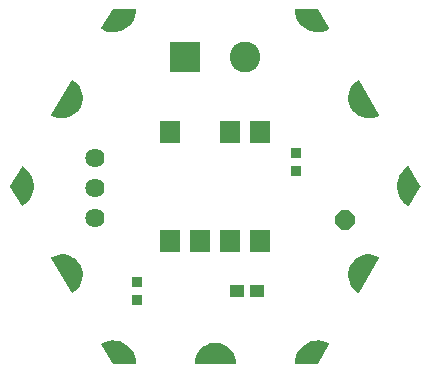
<source format=gbr>
G04 EAGLE Gerber RS-274X export*
G75*
%MOMM*%
%FSLAX34Y34*%
%LPD*%
%INSoldermask Top*%
%IPPOS*%
%AMOC8*
5,1,8,0,0,1.08239X$1,22.5*%
G01*
%ADD10C,1.101600*%
%ADD11R,2.601600X2.601600*%
%ADD12C,2.601600*%
%ADD13R,1.773400X1.913400*%
%ADD14R,0.901600X0.901600*%
%ADD15P,1.759533X8X22.500000*%
%ADD16R,1.201600X1.101600*%
%ADD17C,1.625600*%

G36*
X17029Y-1268D02*
X17029Y-1268D01*
X17058Y-1271D01*
X17125Y-1249D01*
X17195Y-1235D01*
X17219Y-1218D01*
X17247Y-1209D01*
X17300Y-1162D01*
X17359Y-1122D01*
X17375Y-1098D01*
X17397Y-1078D01*
X17428Y-1014D01*
X17466Y-955D01*
X17471Y-926D01*
X17483Y-900D01*
X17492Y-800D01*
X17499Y-758D01*
X17496Y-748D01*
X17498Y-734D01*
X17266Y2064D01*
X17256Y2098D01*
X17252Y2146D01*
X16563Y4867D01*
X16548Y4899D01*
X16536Y4945D01*
X15408Y7517D01*
X15388Y7545D01*
X15369Y7589D01*
X13833Y9940D01*
X13809Y9964D01*
X13783Y10005D01*
X11881Y12070D01*
X11853Y12091D01*
X11820Y12126D01*
X9605Y13851D01*
X9574Y13866D01*
X9536Y13896D01*
X7066Y15232D01*
X7033Y15242D01*
X6991Y15265D01*
X5805Y15673D01*
X4351Y16172D01*
X4350Y16172D01*
X4335Y16177D01*
X4301Y16182D01*
X4255Y16197D01*
X1486Y16659D01*
X1451Y16658D01*
X1404Y16666D01*
X-1404Y16666D01*
X-1438Y16659D01*
X-1486Y16659D01*
X-4255Y16197D01*
X-4288Y16185D01*
X-4335Y16177D01*
X-6991Y15265D01*
X-7021Y15248D01*
X-7066Y15232D01*
X-9536Y13896D01*
X-9562Y13874D01*
X-9605Y13851D01*
X-11820Y12126D01*
X-11843Y12100D01*
X-11881Y12070D01*
X-13783Y10005D01*
X-13801Y9975D01*
X-13833Y9940D01*
X-15369Y7589D01*
X-15382Y7557D01*
X-15408Y7517D01*
X-16536Y4945D01*
X-16543Y4912D01*
X-16546Y4905D01*
X-16552Y4896D01*
X-16553Y4890D01*
X-16563Y4867D01*
X-17252Y2146D01*
X-17254Y2111D01*
X-17266Y2064D01*
X-17498Y-734D01*
X-17494Y-763D01*
X-17499Y-792D01*
X-17483Y-861D01*
X-17474Y-931D01*
X-17460Y-957D01*
X-17453Y-985D01*
X-17411Y-1042D01*
X-17376Y-1104D01*
X-17352Y-1122D01*
X-17335Y-1145D01*
X-17274Y-1181D01*
X-17217Y-1224D01*
X-17189Y-1232D01*
X-17164Y-1247D01*
X-17066Y-1263D01*
X-17025Y-1274D01*
X-17014Y-1272D01*
X-17000Y-1274D01*
X17000Y-1274D01*
X17029Y-1268D01*
G37*
G36*
X-121393Y59035D02*
X-121393Y59035D01*
X-121322Y59032D01*
X-121295Y59042D01*
X-121266Y59044D01*
X-121176Y59086D01*
X-121136Y59101D01*
X-121128Y59109D01*
X-121115Y59115D01*
X-118812Y60714D01*
X-118788Y60740D01*
X-118748Y60767D01*
X-116739Y62724D01*
X-116720Y62753D01*
X-116685Y62786D01*
X-115026Y65047D01*
X-115011Y65078D01*
X-114982Y65117D01*
X-113718Y67620D01*
X-113709Y67654D01*
X-113687Y67697D01*
X-112851Y70374D01*
X-112848Y70408D01*
X-112833Y70454D01*
X-112450Y73233D01*
X-112452Y73267D01*
X-112446Y73315D01*
X-112525Y76118D01*
X-112533Y76152D01*
X-112534Y76200D01*
X-113073Y78952D01*
X-113087Y78984D01*
X-113096Y79032D01*
X-114081Y81657D01*
X-114096Y81682D01*
X-114101Y81702D01*
X-114109Y81713D01*
X-114116Y81732D01*
X-115520Y84160D01*
X-115543Y84186D01*
X-115567Y84228D01*
X-117351Y86391D01*
X-117378Y86413D01*
X-117409Y86450D01*
X-119525Y88291D01*
X-119555Y88308D01*
X-119591Y88340D01*
X-121982Y89807D01*
X-122014Y89818D01*
X-122055Y89844D01*
X-124654Y90897D01*
X-124688Y90904D01*
X-124733Y90922D01*
X-127470Y91533D01*
X-127505Y91534D01*
X-127552Y91545D01*
X-130352Y91697D01*
X-130386Y91692D01*
X-130434Y91695D01*
X-133222Y91385D01*
X-133255Y91374D01*
X-133303Y91369D01*
X-136001Y90604D01*
X-136031Y90588D01*
X-136078Y90575D01*
X-138613Y89376D01*
X-138637Y89359D01*
X-138664Y89349D01*
X-138716Y89300D01*
X-138773Y89257D01*
X-138787Y89232D01*
X-138809Y89212D01*
X-138837Y89147D01*
X-138873Y89086D01*
X-138876Y89057D01*
X-138888Y89030D01*
X-138889Y88959D01*
X-138898Y88888D01*
X-138890Y88860D01*
X-138890Y88831D01*
X-138856Y88738D01*
X-138844Y88697D01*
X-138837Y88688D01*
X-138832Y88675D01*
X-121832Y59275D01*
X-121813Y59253D01*
X-121800Y59227D01*
X-121747Y59179D01*
X-121700Y59126D01*
X-121674Y59114D01*
X-121652Y59094D01*
X-121585Y59071D01*
X-121521Y59041D01*
X-121492Y59039D01*
X-121464Y59030D01*
X-121393Y59035D01*
G37*
G36*
X130386Y206758D02*
X130386Y206758D01*
X130434Y206755D01*
X133222Y207065D01*
X133255Y207076D01*
X133303Y207081D01*
X136001Y207846D01*
X136031Y207862D01*
X136078Y207875D01*
X138613Y209074D01*
X138637Y209091D01*
X138664Y209101D01*
X138716Y209150D01*
X138773Y209193D01*
X138787Y209218D01*
X138809Y209238D01*
X138837Y209303D01*
X138873Y209365D01*
X138876Y209393D01*
X138888Y209420D01*
X138889Y209491D01*
X138898Y209562D01*
X138890Y209590D01*
X138890Y209619D01*
X138856Y209712D01*
X138844Y209753D01*
X138837Y209762D01*
X138832Y209775D01*
X121832Y239175D01*
X121813Y239197D01*
X121800Y239223D01*
X121747Y239271D01*
X121700Y239324D01*
X121674Y239336D01*
X121652Y239356D01*
X121585Y239379D01*
X121521Y239409D01*
X121492Y239411D01*
X121464Y239420D01*
X121393Y239415D01*
X121322Y239418D01*
X121295Y239408D01*
X121266Y239406D01*
X121176Y239364D01*
X121136Y239349D01*
X121128Y239341D01*
X121115Y239335D01*
X118812Y237736D01*
X118788Y237711D01*
X118748Y237683D01*
X116739Y235726D01*
X116720Y235697D01*
X116685Y235664D01*
X115026Y233403D01*
X115011Y233372D01*
X114982Y233333D01*
X113718Y230830D01*
X113709Y230796D01*
X113687Y230753D01*
X112851Y228076D01*
X112848Y228042D01*
X112833Y227996D01*
X112450Y225217D01*
X112452Y225183D01*
X112446Y225135D01*
X112525Y222332D01*
X112533Y222298D01*
X112534Y222250D01*
X113073Y219498D01*
X113087Y219466D01*
X113096Y219418D01*
X114081Y216793D01*
X114099Y216763D01*
X114116Y216718D01*
X115520Y214290D01*
X115543Y214264D01*
X115567Y214223D01*
X117351Y212059D01*
X117378Y212037D01*
X117409Y212000D01*
X119525Y210159D01*
X119555Y210142D01*
X119591Y210111D01*
X121982Y208643D01*
X122014Y208632D01*
X122055Y208606D01*
X124654Y207553D01*
X124688Y207546D01*
X124733Y207528D01*
X127470Y206917D01*
X127505Y206916D01*
X127552Y206905D01*
X130352Y206753D01*
X130386Y206758D01*
G37*
G36*
X121426Y59036D02*
X121426Y59036D01*
X121497Y59035D01*
X121524Y59046D01*
X121553Y59050D01*
X121615Y59084D01*
X121680Y59112D01*
X121701Y59133D01*
X121726Y59147D01*
X121789Y59223D01*
X121819Y59254D01*
X121823Y59264D01*
X121832Y59275D01*
X138832Y88675D01*
X138841Y88703D01*
X138858Y88727D01*
X138873Y88796D01*
X138895Y88864D01*
X138893Y88893D01*
X138899Y88921D01*
X138886Y88991D01*
X138880Y89062D01*
X138867Y89088D01*
X138861Y89116D01*
X138821Y89175D01*
X138789Y89238D01*
X138766Y89257D01*
X138750Y89281D01*
X138668Y89338D01*
X138635Y89365D01*
X138625Y89368D01*
X138613Y89376D01*
X136078Y90575D01*
X136044Y90583D01*
X136001Y90604D01*
X133303Y91369D01*
X133268Y91371D01*
X133222Y91385D01*
X130434Y91695D01*
X130400Y91692D01*
X130352Y91697D01*
X127552Y91545D01*
X127518Y91536D01*
X127470Y91533D01*
X124733Y90922D01*
X124701Y90908D01*
X124654Y90897D01*
X122055Y89844D01*
X122026Y89825D01*
X121982Y89807D01*
X119591Y88340D01*
X119566Y88316D01*
X119525Y88291D01*
X117409Y86450D01*
X117388Y86423D01*
X117351Y86391D01*
X115567Y84228D01*
X115551Y84197D01*
X115520Y84160D01*
X114116Y81732D01*
X114105Y81699D01*
X114098Y81686D01*
X114088Y81672D01*
X114088Y81669D01*
X114081Y81657D01*
X113096Y79032D01*
X113090Y78997D01*
X113073Y78952D01*
X112534Y76200D01*
X112534Y76166D01*
X112525Y76118D01*
X112446Y73315D01*
X112452Y73281D01*
X112450Y73233D01*
X112833Y70454D01*
X112845Y70422D01*
X112851Y70374D01*
X113687Y67697D01*
X113704Y67666D01*
X113718Y67620D01*
X114982Y65117D01*
X115004Y65090D01*
X115026Y65047D01*
X116685Y62786D01*
X116711Y62763D01*
X116739Y62724D01*
X118748Y60767D01*
X118777Y60748D01*
X118812Y60714D01*
X121115Y59115D01*
X121142Y59103D01*
X121165Y59085D01*
X121233Y59064D01*
X121298Y59036D01*
X121327Y59036D01*
X121355Y59028D01*
X121426Y59036D01*
G37*
G36*
X-127552Y206905D02*
X-127552Y206905D01*
X-127518Y206914D01*
X-127470Y206917D01*
X-124733Y207528D01*
X-124701Y207542D01*
X-124654Y207553D01*
X-122055Y208606D01*
X-122026Y208625D01*
X-121982Y208643D01*
X-119591Y210111D01*
X-119566Y210134D01*
X-119525Y210159D01*
X-117409Y212000D01*
X-117388Y212027D01*
X-117351Y212059D01*
X-115567Y214223D01*
X-115551Y214253D01*
X-115520Y214290D01*
X-114116Y216718D01*
X-114105Y216751D01*
X-114081Y216793D01*
X-113096Y219418D01*
X-113090Y219453D01*
X-113073Y219498D01*
X-112534Y222250D01*
X-112534Y222285D01*
X-112525Y222332D01*
X-112446Y225135D01*
X-112452Y225169D01*
X-112450Y225217D01*
X-112833Y227996D01*
X-112845Y228028D01*
X-112851Y228076D01*
X-113687Y230753D01*
X-113704Y230784D01*
X-113718Y230830D01*
X-114982Y233333D01*
X-115004Y233360D01*
X-115026Y233403D01*
X-116685Y235664D01*
X-116711Y235687D01*
X-116739Y235726D01*
X-118748Y237683D01*
X-118777Y237702D01*
X-118812Y237736D01*
X-121115Y239335D01*
X-121142Y239347D01*
X-121165Y239365D01*
X-121233Y239386D01*
X-121298Y239414D01*
X-121327Y239414D01*
X-121355Y239422D01*
X-121426Y239414D01*
X-121497Y239415D01*
X-121524Y239404D01*
X-121553Y239400D01*
X-121615Y239366D01*
X-121680Y239338D01*
X-121701Y239317D01*
X-121726Y239303D01*
X-121789Y239227D01*
X-121819Y239196D01*
X-121823Y239186D01*
X-121832Y239175D01*
X-138832Y209775D01*
X-138841Y209747D01*
X-138858Y209723D01*
X-138873Y209654D01*
X-138895Y209586D01*
X-138893Y209557D01*
X-138899Y209529D01*
X-138886Y209459D01*
X-138880Y209388D01*
X-138867Y209362D01*
X-138861Y209334D01*
X-138821Y209275D01*
X-138789Y209212D01*
X-138766Y209193D01*
X-138750Y209169D01*
X-138668Y209112D01*
X-138635Y209085D01*
X-138625Y209082D01*
X-138613Y209074D01*
X-136078Y207875D01*
X-136044Y207867D01*
X-136001Y207846D01*
X-133303Y207081D01*
X-133268Y207079D01*
X-133222Y207065D01*
X-130434Y206755D01*
X-130400Y206758D01*
X-130352Y206753D01*
X-127552Y206905D01*
G37*
G36*
X163727Y132236D02*
X163727Y132236D01*
X163798Y132236D01*
X163825Y132247D01*
X163854Y132250D01*
X163916Y132285D01*
X163981Y132313D01*
X164002Y132333D01*
X164027Y132348D01*
X164090Y132425D01*
X164120Y132455D01*
X164124Y132465D01*
X164133Y132476D01*
X173633Y148976D01*
X173643Y149008D01*
X173652Y149021D01*
X173656Y149045D01*
X173657Y149049D01*
X173688Y149119D01*
X173688Y149143D01*
X173696Y149165D01*
X173690Y149241D01*
X173691Y149318D01*
X173681Y149342D01*
X173680Y149363D01*
X173659Y149402D01*
X173633Y149474D01*
X164133Y165974D01*
X164114Y165996D01*
X164101Y166022D01*
X164048Y166070D01*
X164001Y166123D01*
X163975Y166136D01*
X163954Y166155D01*
X163886Y166178D01*
X163822Y166209D01*
X163793Y166211D01*
X163766Y166220D01*
X163694Y166215D01*
X163623Y166218D01*
X163596Y166208D01*
X163567Y166206D01*
X163477Y166164D01*
X163437Y166149D01*
X163429Y166142D01*
X163416Y166136D01*
X160893Y164394D01*
X160869Y164370D01*
X160831Y164343D01*
X158619Y162219D01*
X158600Y162191D01*
X158566Y162159D01*
X156724Y159708D01*
X156710Y159677D01*
X156681Y159640D01*
X155256Y156925D01*
X155247Y156894D01*
X155231Y156869D01*
X155230Y156861D01*
X155225Y156851D01*
X154254Y153943D01*
X154250Y153909D01*
X154235Y153865D01*
X153743Y150838D01*
X153744Y150804D01*
X153736Y150758D01*
X153736Y147692D01*
X153737Y147688D01*
X153737Y147686D01*
X153743Y147659D01*
X153743Y147612D01*
X154235Y144585D01*
X154247Y144554D01*
X154254Y144507D01*
X155225Y141599D01*
X155242Y141570D01*
X155256Y141525D01*
X156681Y138810D01*
X156703Y138784D01*
X156724Y138742D01*
X158566Y136291D01*
X158591Y136268D01*
X158619Y136231D01*
X160831Y134107D01*
X160859Y134089D01*
X160893Y134056D01*
X163416Y132314D01*
X163443Y132303D01*
X163465Y132284D01*
X163534Y132264D01*
X163599Y132236D01*
X163628Y132236D01*
X163656Y132228D01*
X163727Y132236D01*
G37*
G36*
X-163694Y132235D02*
X-163694Y132235D01*
X-163623Y132232D01*
X-163596Y132242D01*
X-163567Y132244D01*
X-163477Y132286D01*
X-163437Y132301D01*
X-163429Y132308D01*
X-163416Y132314D01*
X-160893Y134056D01*
X-160869Y134080D01*
X-160831Y134107D01*
X-158619Y136231D01*
X-158600Y136259D01*
X-158566Y136291D01*
X-156724Y138742D01*
X-156710Y138773D01*
X-156681Y138810D01*
X-155256Y141525D01*
X-155247Y141558D01*
X-155225Y141599D01*
X-154254Y144507D01*
X-154250Y144541D01*
X-154235Y144585D01*
X-153743Y147612D01*
X-153744Y147646D01*
X-153736Y147692D01*
X-153736Y150758D01*
X-153743Y150791D01*
X-153743Y150838D01*
X-154235Y153865D01*
X-154247Y153896D01*
X-154254Y153943D01*
X-155225Y156851D01*
X-155238Y156874D01*
X-155244Y156899D01*
X-155251Y156908D01*
X-155256Y156925D01*
X-156681Y159640D01*
X-156703Y159666D01*
X-156724Y159708D01*
X-158566Y162159D01*
X-158591Y162182D01*
X-158619Y162219D01*
X-160831Y164343D01*
X-160859Y164361D01*
X-160893Y164394D01*
X-163416Y166136D01*
X-163443Y166147D01*
X-163465Y166166D01*
X-163534Y166186D01*
X-163599Y166214D01*
X-163628Y166214D01*
X-163656Y166222D01*
X-163727Y166214D01*
X-163798Y166215D01*
X-163825Y166203D01*
X-163854Y166200D01*
X-163916Y166165D01*
X-163981Y166137D01*
X-164002Y166117D01*
X-164027Y166102D01*
X-164090Y166025D01*
X-164120Y165995D01*
X-164124Y165985D01*
X-164133Y165974D01*
X-173633Y149474D01*
X-173657Y149401D01*
X-173688Y149331D01*
X-173688Y149307D01*
X-173696Y149285D01*
X-173690Y149209D01*
X-173691Y149132D01*
X-173681Y149108D01*
X-173680Y149087D01*
X-173659Y149048D01*
X-173640Y148996D01*
X-173639Y148990D01*
X-173637Y148988D01*
X-173633Y148976D01*
X-164133Y132476D01*
X-164114Y132454D01*
X-164101Y132428D01*
X-164048Y132380D01*
X-164001Y132327D01*
X-163975Y132314D01*
X-163954Y132295D01*
X-163886Y132272D01*
X-163822Y132241D01*
X-163793Y132240D01*
X-163766Y132230D01*
X-163694Y132235D01*
G37*
G36*
X86676Y-1259D02*
X86676Y-1259D01*
X86754Y-1250D01*
X86773Y-1239D01*
X86795Y-1235D01*
X86859Y-1191D01*
X86927Y-1152D01*
X86943Y-1133D01*
X86959Y-1122D01*
X86983Y-1084D01*
X87033Y-1024D01*
X96533Y15476D01*
X96542Y15503D01*
X96558Y15527D01*
X96573Y15597D01*
X96596Y15665D01*
X96593Y15693D01*
X96599Y15721D01*
X96586Y15792D01*
X96580Y15863D01*
X96567Y15888D01*
X96561Y15916D01*
X96521Y15976D01*
X96488Y16039D01*
X96466Y16057D01*
X96450Y16081D01*
X96367Y16139D01*
X96335Y16166D01*
X96324Y16169D01*
X96314Y16176D01*
X93548Y17485D01*
X93515Y17493D01*
X93472Y17513D01*
X90532Y18361D01*
X90498Y18364D01*
X90454Y18377D01*
X87416Y18742D01*
X87382Y18739D01*
X87335Y18745D01*
X84278Y18618D01*
X84245Y18610D01*
X84198Y18609D01*
X81201Y17993D01*
X81170Y17980D01*
X81124Y17971D01*
X78264Y16882D01*
X78236Y16864D01*
X78192Y16848D01*
X75544Y15314D01*
X75518Y15292D01*
X75478Y15269D01*
X73110Y13331D01*
X73088Y13304D01*
X73052Y13275D01*
X71025Y10982D01*
X71009Y10953D01*
X70977Y10918D01*
X69345Y8330D01*
X69333Y8298D01*
X69308Y8259D01*
X68112Y5442D01*
X68105Y5409D01*
X68102Y5402D01*
X68098Y5396D01*
X68097Y5390D01*
X68086Y5366D01*
X67358Y2394D01*
X67356Y2360D01*
X67345Y2315D01*
X67102Y-735D01*
X67106Y-764D01*
X67101Y-792D01*
X67118Y-861D01*
X67126Y-933D01*
X67141Y-957D01*
X67147Y-985D01*
X67190Y-1043D01*
X67226Y-1105D01*
X67248Y-1122D01*
X67265Y-1145D01*
X67327Y-1182D01*
X67384Y-1225D01*
X67412Y-1232D01*
X67436Y-1247D01*
X67536Y-1263D01*
X67577Y-1274D01*
X67587Y-1272D01*
X67600Y-1274D01*
X86600Y-1274D01*
X86676Y-1259D01*
G37*
G36*
X-67572Y-1269D02*
X-67572Y-1269D01*
X-67544Y-1271D01*
X-67476Y-1249D01*
X-67405Y-1235D01*
X-67382Y-1219D01*
X-67355Y-1210D01*
X-67300Y-1163D01*
X-67241Y-1122D01*
X-67226Y-1098D01*
X-67205Y-1080D01*
X-67173Y-1015D01*
X-67134Y-955D01*
X-67129Y-927D01*
X-67117Y-901D01*
X-67108Y-799D01*
X-67101Y-758D01*
X-67103Y-748D01*
X-67102Y-735D01*
X-67345Y2315D01*
X-67354Y2347D01*
X-67358Y2394D01*
X-68086Y5366D01*
X-68101Y5397D01*
X-68112Y5442D01*
X-69308Y8259D01*
X-69327Y8287D01*
X-69345Y8330D01*
X-70977Y10918D01*
X-71001Y10942D01*
X-71025Y10982D01*
X-73052Y13275D01*
X-73079Y13295D01*
X-73110Y13331D01*
X-75478Y15269D01*
X-75508Y15285D01*
X-75544Y15314D01*
X-78192Y16848D01*
X-78224Y16858D01*
X-78264Y16882D01*
X-81124Y17971D01*
X-81157Y17976D01*
X-81201Y17993D01*
X-84198Y18609D01*
X-84232Y18609D01*
X-84278Y18618D01*
X-87335Y18745D01*
X-87369Y18740D01*
X-87416Y18742D01*
X-90454Y18377D01*
X-90486Y18366D01*
X-90532Y18361D01*
X-93472Y17513D01*
X-93502Y17497D01*
X-93548Y17485D01*
X-96314Y16176D01*
X-96336Y16159D01*
X-96363Y16149D01*
X-96415Y16100D01*
X-96473Y16057D01*
X-96487Y16032D01*
X-96508Y16013D01*
X-96537Y15947D01*
X-96573Y15885D01*
X-96576Y15857D01*
X-96588Y15831D01*
X-96589Y15759D01*
X-96598Y15688D01*
X-96590Y15661D01*
X-96591Y15632D01*
X-96555Y15537D01*
X-96544Y15497D01*
X-96537Y15488D01*
X-96533Y15476D01*
X-87033Y-1024D01*
X-86981Y-1082D01*
X-86935Y-1145D01*
X-86916Y-1156D01*
X-86901Y-1173D01*
X-86831Y-1207D01*
X-86764Y-1247D01*
X-86740Y-1251D01*
X-86722Y-1259D01*
X-86677Y-1261D01*
X-86600Y-1274D01*
X-67600Y-1274D01*
X-67572Y-1269D01*
G37*
G36*
X87369Y279710D02*
X87369Y279710D01*
X87416Y279708D01*
X90454Y280073D01*
X90486Y280084D01*
X90532Y280089D01*
X93472Y280937D01*
X93502Y280953D01*
X93548Y280965D01*
X96314Y282274D01*
X96336Y282291D01*
X96363Y282301D01*
X96415Y282350D01*
X96473Y282393D01*
X96487Y282418D01*
X96508Y282437D01*
X96537Y282503D01*
X96573Y282565D01*
X96576Y282593D01*
X96588Y282619D01*
X96589Y282691D01*
X96598Y282762D01*
X96590Y282789D01*
X96591Y282818D01*
X96555Y282913D01*
X96544Y282953D01*
X96537Y282962D01*
X96533Y282974D01*
X87033Y299474D01*
X86981Y299533D01*
X86935Y299595D01*
X86916Y299606D01*
X86901Y299623D01*
X86831Y299657D01*
X86764Y299697D01*
X86740Y299701D01*
X86722Y299709D01*
X86677Y299711D01*
X86600Y299724D01*
X67600Y299724D01*
X67572Y299719D01*
X67544Y299721D01*
X67476Y299699D01*
X67405Y299685D01*
X67382Y299669D01*
X67355Y299660D01*
X67300Y299613D01*
X67241Y299572D01*
X67226Y299548D01*
X67205Y299530D01*
X67173Y299465D01*
X67134Y299405D01*
X67129Y299377D01*
X67117Y299351D01*
X67108Y299250D01*
X67101Y299208D01*
X67103Y299198D01*
X67102Y299185D01*
X67345Y296135D01*
X67354Y296103D01*
X67358Y296056D01*
X68086Y293084D01*
X68101Y293053D01*
X68112Y293008D01*
X69308Y290191D01*
X69327Y290163D01*
X69345Y290120D01*
X70977Y287532D01*
X71001Y287508D01*
X71025Y287468D01*
X73052Y285175D01*
X73079Y285155D01*
X73110Y285119D01*
X75478Y283181D01*
X75508Y283165D01*
X75544Y283136D01*
X78192Y281603D01*
X78224Y281592D01*
X78264Y281568D01*
X81124Y280480D01*
X81157Y280474D01*
X81201Y280457D01*
X84198Y279841D01*
X84232Y279841D01*
X84278Y279832D01*
X87335Y279705D01*
X87369Y279710D01*
G37*
G36*
X-84278Y279832D02*
X-84278Y279832D01*
X-84245Y279840D01*
X-84198Y279841D01*
X-81201Y280457D01*
X-81170Y280470D01*
X-81124Y280480D01*
X-78264Y281568D01*
X-78236Y281586D01*
X-78192Y281603D01*
X-75544Y283136D01*
X-75518Y283158D01*
X-75478Y283181D01*
X-73110Y285119D01*
X-73088Y285146D01*
X-73052Y285175D01*
X-71025Y287468D01*
X-71009Y287497D01*
X-70977Y287532D01*
X-69345Y290120D01*
X-69333Y290152D01*
X-69308Y290191D01*
X-68112Y293008D01*
X-68105Y293041D01*
X-68086Y293084D01*
X-67358Y296056D01*
X-67356Y296090D01*
X-67345Y296135D01*
X-67102Y299185D01*
X-67106Y299214D01*
X-67101Y299242D01*
X-67118Y299311D01*
X-67126Y299383D01*
X-67141Y299407D01*
X-67147Y299435D01*
X-67190Y299493D01*
X-67226Y299555D01*
X-67248Y299572D01*
X-67265Y299595D01*
X-67327Y299632D01*
X-67384Y299675D01*
X-67412Y299682D01*
X-67436Y299697D01*
X-67536Y299713D01*
X-67577Y299724D01*
X-67587Y299722D01*
X-67600Y299724D01*
X-86600Y299724D01*
X-86676Y299709D01*
X-86754Y299700D01*
X-86773Y299689D01*
X-86795Y299685D01*
X-86859Y299641D01*
X-86927Y299602D01*
X-86943Y299583D01*
X-86959Y299572D01*
X-86983Y299534D01*
X-87033Y299474D01*
X-96533Y282974D01*
X-96542Y282947D01*
X-96558Y282923D01*
X-96573Y282853D01*
X-96596Y282785D01*
X-96593Y282757D01*
X-96599Y282729D01*
X-96586Y282659D01*
X-96580Y282587D01*
X-96567Y282562D01*
X-96561Y282534D01*
X-96521Y282474D01*
X-96488Y282411D01*
X-96466Y282393D01*
X-96450Y282369D01*
X-96367Y282311D01*
X-96335Y282284D01*
X-96324Y282281D01*
X-96314Y282274D01*
X-93548Y280965D01*
X-93515Y280957D01*
X-93472Y280937D01*
X-90532Y280089D01*
X-90498Y280086D01*
X-90454Y280073D01*
X-87416Y279708D01*
X-87382Y279711D01*
X-87335Y279705D01*
X-84278Y279832D01*
G37*
D10*
X82600Y292325D03*
X165200Y149225D03*
X82600Y6125D03*
X-82600Y6125D03*
X-165200Y149225D03*
X-82600Y292325D03*
X123900Y220725D03*
X123900Y77725D03*
X0Y6125D03*
X-123900Y77725D03*
X-123900Y220725D03*
D11*
X-25400Y258763D03*
D12*
X25400Y258763D03*
D13*
X-38100Y103025D03*
X-12700Y103025D03*
X12700Y103025D03*
X38100Y103025D03*
X38100Y195425D03*
X12700Y195425D03*
X-38100Y195425D03*
D14*
X68263Y162363D03*
X68263Y177363D03*
X-66675Y52825D03*
X-66675Y67825D03*
D15*
X109538Y120650D03*
D16*
X35488Y60325D03*
X18488Y60325D03*
D17*
X-101600Y173038D03*
X-101600Y147638D03*
X-101600Y122238D03*
M02*

</source>
